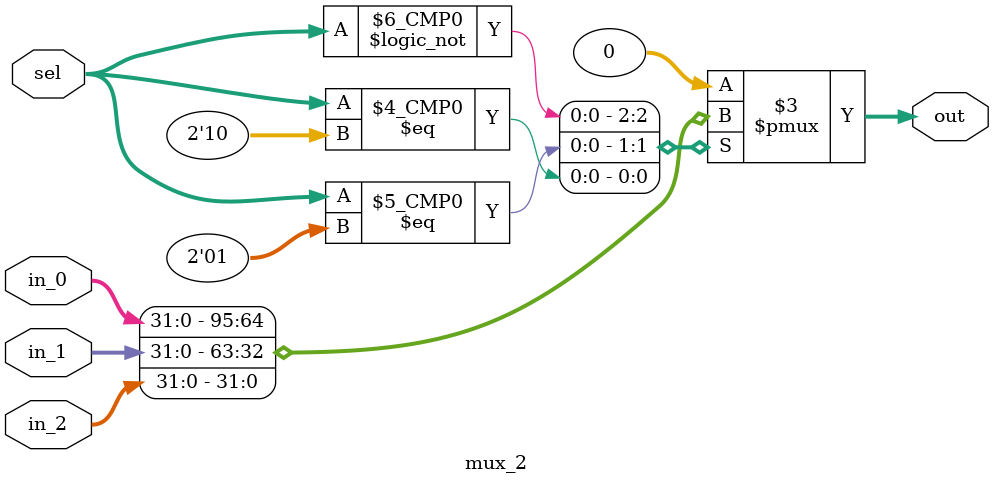
<source format=v>
module mux_2 (
    input wire [31:0] in_0,  // Primera entrada de 32 bits
    input wire [31:0] in_1,  // Segunda entrada de 32 bits
    input wire [31:0] in_2,  // Tercera entrada de 32 bits
    input wire [1:0] sel,     // Señal de selección (2 bits)
    output reg [31:0] out     // Salida de 32 bits
);

    always @(*) begin
        case (sel)
            2'b00: out = in_0;  // Selecciona in_0
            2'b01: out = in_1;  // Selecciona in_1
            2'b10: out = in_2;  // Selecciona in_2
            default: out = 32'b0; // Valor predeterminado
        endcase
    end

endmodule

</source>
